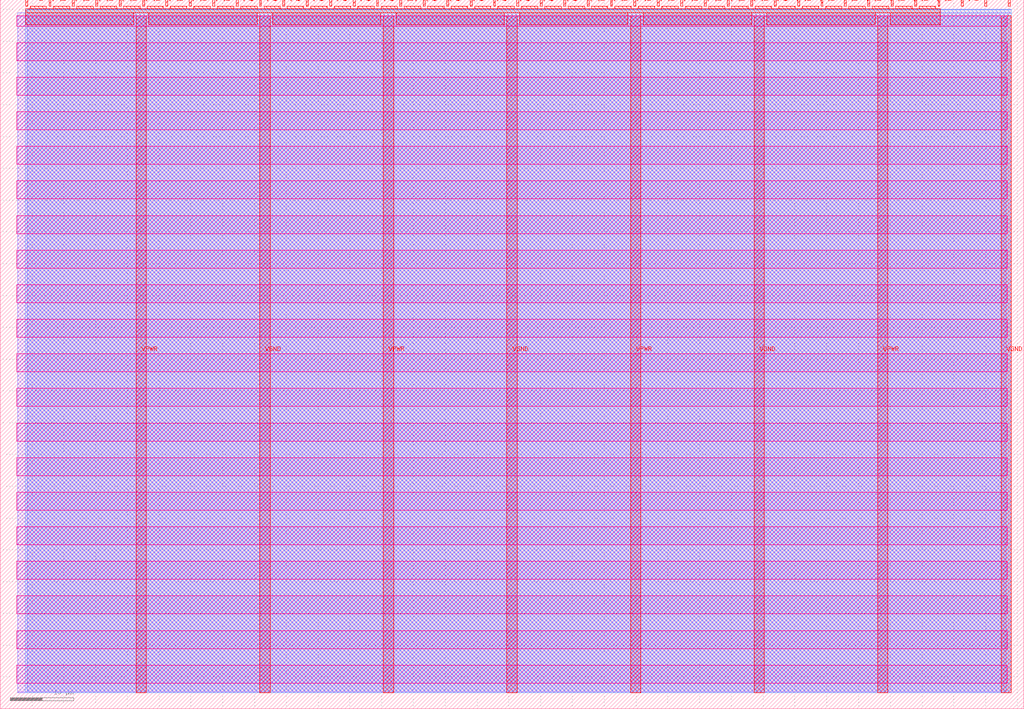
<source format=lef>
VERSION 5.7 ;
  NOWIREEXTENSIONATPIN ON ;
  DIVIDERCHAR "/" ;
  BUSBITCHARS "[]" ;
MACRO tt_um_wokwi_395444977868278785
  CLASS BLOCK ;
  FOREIGN tt_um_wokwi_395444977868278785 ;
  ORIGIN 0.000 0.000 ;
  SIZE 161.000 BY 111.520 ;
  PIN VGND
    DIRECTION INOUT ;
    USE GROUND ;
    PORT
      LAYER met4 ;
        RECT 40.830 2.480 42.430 109.040 ;
    END
    PORT
      LAYER met4 ;
        RECT 79.700 2.480 81.300 109.040 ;
    END
    PORT
      LAYER met4 ;
        RECT 118.570 2.480 120.170 109.040 ;
    END
    PORT
      LAYER met4 ;
        RECT 157.440 2.480 159.040 109.040 ;
    END
  END VGND
  PIN VPWR
    DIRECTION INOUT ;
    USE POWER ;
    PORT
      LAYER met4 ;
        RECT 21.395 2.480 22.995 109.040 ;
    END
    PORT
      LAYER met4 ;
        RECT 60.265 2.480 61.865 109.040 ;
    END
    PORT
      LAYER met4 ;
        RECT 99.135 2.480 100.735 109.040 ;
    END
    PORT
      LAYER met4 ;
        RECT 138.005 2.480 139.605 109.040 ;
    END
  END VPWR
  PIN clk
    DIRECTION INPUT ;
    USE SIGNAL ;
    PORT
      LAYER met4 ;
        RECT 154.870 110.520 155.170 111.520 ;
    END
  END clk
  PIN ena
    DIRECTION INPUT ;
    USE SIGNAL ;
    PORT
      LAYER met4 ;
        RECT 158.550 110.520 158.850 111.520 ;
    END
  END ena
  PIN rst_n
    DIRECTION INPUT ;
    USE SIGNAL ;
    PORT
      LAYER met4 ;
        RECT 151.190 110.520 151.490 111.520 ;
    END
  END rst_n
  PIN ui_in[0]
    DIRECTION INPUT ;
    USE SIGNAL ;
    ANTENNAGATEAREA 0.196500 ;
    PORT
      LAYER met4 ;
        RECT 147.510 110.520 147.810 111.520 ;
    END
  END ui_in[0]
  PIN ui_in[1]
    DIRECTION INPUT ;
    USE SIGNAL ;
    ANTENNAGATEAREA 0.196500 ;
    PORT
      LAYER met4 ;
        RECT 143.830 110.520 144.130 111.520 ;
    END
  END ui_in[1]
  PIN ui_in[2]
    DIRECTION INPUT ;
    USE SIGNAL ;
    ANTENNAGATEAREA 0.196500 ;
    PORT
      LAYER met4 ;
        RECT 140.150 110.520 140.450 111.520 ;
    END
  END ui_in[2]
  PIN ui_in[3]
    DIRECTION INPUT ;
    USE SIGNAL ;
    ANTENNAGATEAREA 0.196500 ;
    PORT
      LAYER met4 ;
        RECT 136.470 110.520 136.770 111.520 ;
    END
  END ui_in[3]
  PIN ui_in[4]
    DIRECTION INPUT ;
    USE SIGNAL ;
    PORT
      LAYER met4 ;
        RECT 132.790 110.520 133.090 111.520 ;
    END
  END ui_in[4]
  PIN ui_in[5]
    DIRECTION INPUT ;
    USE SIGNAL ;
    PORT
      LAYER met4 ;
        RECT 129.110 110.520 129.410 111.520 ;
    END
  END ui_in[5]
  PIN ui_in[6]
    DIRECTION INPUT ;
    USE SIGNAL ;
    PORT
      LAYER met4 ;
        RECT 125.430 110.520 125.730 111.520 ;
    END
  END ui_in[6]
  PIN ui_in[7]
    DIRECTION INPUT ;
    USE SIGNAL ;
    PORT
      LAYER met4 ;
        RECT 121.750 110.520 122.050 111.520 ;
    END
  END ui_in[7]
  PIN uio_in[0]
    DIRECTION INPUT ;
    USE SIGNAL ;
    PORT
      LAYER met4 ;
        RECT 118.070 110.520 118.370 111.520 ;
    END
  END uio_in[0]
  PIN uio_in[1]
    DIRECTION INPUT ;
    USE SIGNAL ;
    PORT
      LAYER met4 ;
        RECT 114.390 110.520 114.690 111.520 ;
    END
  END uio_in[1]
  PIN uio_in[2]
    DIRECTION INPUT ;
    USE SIGNAL ;
    PORT
      LAYER met4 ;
        RECT 110.710 110.520 111.010 111.520 ;
    END
  END uio_in[2]
  PIN uio_in[3]
    DIRECTION INPUT ;
    USE SIGNAL ;
    PORT
      LAYER met4 ;
        RECT 107.030 110.520 107.330 111.520 ;
    END
  END uio_in[3]
  PIN uio_in[4]
    DIRECTION INPUT ;
    USE SIGNAL ;
    PORT
      LAYER met4 ;
        RECT 103.350 110.520 103.650 111.520 ;
    END
  END uio_in[4]
  PIN uio_in[5]
    DIRECTION INPUT ;
    USE SIGNAL ;
    PORT
      LAYER met4 ;
        RECT 99.670 110.520 99.970 111.520 ;
    END
  END uio_in[5]
  PIN uio_in[6]
    DIRECTION INPUT ;
    USE SIGNAL ;
    PORT
      LAYER met4 ;
        RECT 95.990 110.520 96.290 111.520 ;
    END
  END uio_in[6]
  PIN uio_in[7]
    DIRECTION INPUT ;
    USE SIGNAL ;
    PORT
      LAYER met4 ;
        RECT 92.310 110.520 92.610 111.520 ;
    END
  END uio_in[7]
  PIN uio_oe[0]
    DIRECTION OUTPUT TRISTATE ;
    USE SIGNAL ;
    PORT
      LAYER met4 ;
        RECT 29.750 110.520 30.050 111.520 ;
    END
  END uio_oe[0]
  PIN uio_oe[1]
    DIRECTION OUTPUT TRISTATE ;
    USE SIGNAL ;
    PORT
      LAYER met4 ;
        RECT 26.070 110.520 26.370 111.520 ;
    END
  END uio_oe[1]
  PIN uio_oe[2]
    DIRECTION OUTPUT TRISTATE ;
    USE SIGNAL ;
    PORT
      LAYER met4 ;
        RECT 22.390 110.520 22.690 111.520 ;
    END
  END uio_oe[2]
  PIN uio_oe[3]
    DIRECTION OUTPUT TRISTATE ;
    USE SIGNAL ;
    PORT
      LAYER met4 ;
        RECT 18.710 110.520 19.010 111.520 ;
    END
  END uio_oe[3]
  PIN uio_oe[4]
    DIRECTION OUTPUT TRISTATE ;
    USE SIGNAL ;
    PORT
      LAYER met4 ;
        RECT 15.030 110.520 15.330 111.520 ;
    END
  END uio_oe[4]
  PIN uio_oe[5]
    DIRECTION OUTPUT TRISTATE ;
    USE SIGNAL ;
    PORT
      LAYER met4 ;
        RECT 11.350 110.520 11.650 111.520 ;
    END
  END uio_oe[5]
  PIN uio_oe[6]
    DIRECTION OUTPUT TRISTATE ;
    USE SIGNAL ;
    PORT
      LAYER met4 ;
        RECT 7.670 110.520 7.970 111.520 ;
    END
  END uio_oe[6]
  PIN uio_oe[7]
    DIRECTION OUTPUT TRISTATE ;
    USE SIGNAL ;
    PORT
      LAYER met4 ;
        RECT 3.990 110.520 4.290 111.520 ;
    END
  END uio_oe[7]
  PIN uio_out[0]
    DIRECTION OUTPUT TRISTATE ;
    USE SIGNAL ;
    PORT
      LAYER met4 ;
        RECT 59.190 110.520 59.490 111.520 ;
    END
  END uio_out[0]
  PIN uio_out[1]
    DIRECTION OUTPUT TRISTATE ;
    USE SIGNAL ;
    PORT
      LAYER met4 ;
        RECT 55.510 110.520 55.810 111.520 ;
    END
  END uio_out[1]
  PIN uio_out[2]
    DIRECTION OUTPUT TRISTATE ;
    USE SIGNAL ;
    PORT
      LAYER met4 ;
        RECT 51.830 110.520 52.130 111.520 ;
    END
  END uio_out[2]
  PIN uio_out[3]
    DIRECTION OUTPUT TRISTATE ;
    USE SIGNAL ;
    PORT
      LAYER met4 ;
        RECT 48.150 110.520 48.450 111.520 ;
    END
  END uio_out[3]
  PIN uio_out[4]
    DIRECTION OUTPUT TRISTATE ;
    USE SIGNAL ;
    PORT
      LAYER met4 ;
        RECT 44.470 110.520 44.770 111.520 ;
    END
  END uio_out[4]
  PIN uio_out[5]
    DIRECTION OUTPUT TRISTATE ;
    USE SIGNAL ;
    PORT
      LAYER met4 ;
        RECT 40.790 110.520 41.090 111.520 ;
    END
  END uio_out[5]
  PIN uio_out[6]
    DIRECTION OUTPUT TRISTATE ;
    USE SIGNAL ;
    PORT
      LAYER met4 ;
        RECT 37.110 110.520 37.410 111.520 ;
    END
  END uio_out[6]
  PIN uio_out[7]
    DIRECTION OUTPUT TRISTATE ;
    USE SIGNAL ;
    PORT
      LAYER met4 ;
        RECT 33.430 110.520 33.730 111.520 ;
    END
  END uio_out[7]
  PIN uo_out[0]
    DIRECTION OUTPUT TRISTATE ;
    USE SIGNAL ;
    ANTENNADIFFAREA 0.795200 ;
    PORT
      LAYER met4 ;
        RECT 88.630 110.520 88.930 111.520 ;
    END
  END uo_out[0]
  PIN uo_out[1]
    DIRECTION OUTPUT TRISTATE ;
    USE SIGNAL ;
    ANTENNADIFFAREA 0.445500 ;
    PORT
      LAYER met4 ;
        RECT 84.950 110.520 85.250 111.520 ;
    END
  END uo_out[1]
  PIN uo_out[2]
    DIRECTION OUTPUT TRISTATE ;
    USE SIGNAL ;
    ANTENNADIFFAREA 0.795200 ;
    PORT
      LAYER met4 ;
        RECT 81.270 110.520 81.570 111.520 ;
    END
  END uo_out[2]
  PIN uo_out[3]
    DIRECTION OUTPUT TRISTATE ;
    USE SIGNAL ;
    ANTENNADIFFAREA 0.445500 ;
    PORT
      LAYER met4 ;
        RECT 77.590 110.520 77.890 111.520 ;
    END
  END uo_out[3]
  PIN uo_out[4]
    DIRECTION OUTPUT TRISTATE ;
    USE SIGNAL ;
    ANTENNADIFFAREA 0.795200 ;
    PORT
      LAYER met4 ;
        RECT 73.910 110.520 74.210 111.520 ;
    END
  END uo_out[4]
  PIN uo_out[5]
    DIRECTION OUTPUT TRISTATE ;
    USE SIGNAL ;
    ANTENNADIFFAREA 0.445500 ;
    PORT
      LAYER met4 ;
        RECT 70.230 110.520 70.530 111.520 ;
    END
  END uo_out[5]
  PIN uo_out[6]
    DIRECTION OUTPUT TRISTATE ;
    USE SIGNAL ;
    ANTENNADIFFAREA 0.445500 ;
    PORT
      LAYER met4 ;
        RECT 66.550 110.520 66.850 111.520 ;
    END
  END uo_out[6]
  PIN uo_out[7]
    DIRECTION OUTPUT TRISTATE ;
    USE SIGNAL ;
    PORT
      LAYER met4 ;
        RECT 62.870 110.520 63.170 111.520 ;
    END
  END uo_out[7]
  OBS
      LAYER nwell ;
        RECT 2.570 107.385 158.430 108.990 ;
        RECT 2.570 101.945 158.430 104.775 ;
        RECT 2.570 96.505 158.430 99.335 ;
        RECT 2.570 91.065 158.430 93.895 ;
        RECT 2.570 85.625 158.430 88.455 ;
        RECT 2.570 80.185 158.430 83.015 ;
        RECT 2.570 74.745 158.430 77.575 ;
        RECT 2.570 69.305 158.430 72.135 ;
        RECT 2.570 63.865 158.430 66.695 ;
        RECT 2.570 58.425 158.430 61.255 ;
        RECT 2.570 52.985 158.430 55.815 ;
        RECT 2.570 47.545 158.430 50.375 ;
        RECT 2.570 42.105 158.430 44.935 ;
        RECT 2.570 36.665 158.430 39.495 ;
        RECT 2.570 31.225 158.430 34.055 ;
        RECT 2.570 25.785 158.430 28.615 ;
        RECT 2.570 20.345 158.430 23.175 ;
        RECT 2.570 14.905 158.430 17.735 ;
        RECT 2.570 9.465 158.430 12.295 ;
        RECT 2.570 4.025 158.430 6.855 ;
      LAYER li1 ;
        RECT 2.760 2.635 158.240 108.885 ;
      LAYER met1 ;
        RECT 2.760 2.480 159.040 109.440 ;
      LAYER met2 ;
        RECT 4.230 2.535 159.010 110.005 ;
      LAYER met3 ;
        RECT 3.950 2.555 159.030 109.985 ;
      LAYER met4 ;
        RECT 4.690 110.120 7.270 110.520 ;
        RECT 8.370 110.120 10.950 110.520 ;
        RECT 12.050 110.120 14.630 110.520 ;
        RECT 15.730 110.120 18.310 110.520 ;
        RECT 19.410 110.120 21.990 110.520 ;
        RECT 23.090 110.120 25.670 110.520 ;
        RECT 26.770 110.120 29.350 110.520 ;
        RECT 30.450 110.120 33.030 110.520 ;
        RECT 34.130 110.120 36.710 110.520 ;
        RECT 37.810 110.120 40.390 110.520 ;
        RECT 41.490 110.120 44.070 110.520 ;
        RECT 45.170 110.120 47.750 110.520 ;
        RECT 48.850 110.120 51.430 110.520 ;
        RECT 52.530 110.120 55.110 110.520 ;
        RECT 56.210 110.120 58.790 110.520 ;
        RECT 59.890 110.120 62.470 110.520 ;
        RECT 63.570 110.120 66.150 110.520 ;
        RECT 67.250 110.120 69.830 110.520 ;
        RECT 70.930 110.120 73.510 110.520 ;
        RECT 74.610 110.120 77.190 110.520 ;
        RECT 78.290 110.120 80.870 110.520 ;
        RECT 81.970 110.120 84.550 110.520 ;
        RECT 85.650 110.120 88.230 110.520 ;
        RECT 89.330 110.120 91.910 110.520 ;
        RECT 93.010 110.120 95.590 110.520 ;
        RECT 96.690 110.120 99.270 110.520 ;
        RECT 100.370 110.120 102.950 110.520 ;
        RECT 104.050 110.120 106.630 110.520 ;
        RECT 107.730 110.120 110.310 110.520 ;
        RECT 111.410 110.120 113.990 110.520 ;
        RECT 115.090 110.120 117.670 110.520 ;
        RECT 118.770 110.120 121.350 110.520 ;
        RECT 122.450 110.120 125.030 110.520 ;
        RECT 126.130 110.120 128.710 110.520 ;
        RECT 129.810 110.120 132.390 110.520 ;
        RECT 133.490 110.120 136.070 110.520 ;
        RECT 137.170 110.120 139.750 110.520 ;
        RECT 140.850 110.120 143.430 110.520 ;
        RECT 144.530 110.120 147.110 110.520 ;
        RECT 3.975 109.440 147.825 110.120 ;
        RECT 3.975 107.615 20.995 109.440 ;
        RECT 23.395 107.615 40.430 109.440 ;
        RECT 42.830 107.615 59.865 109.440 ;
        RECT 62.265 107.615 79.300 109.440 ;
        RECT 81.700 107.615 98.735 109.440 ;
        RECT 101.135 107.615 118.170 109.440 ;
        RECT 120.570 107.615 137.605 109.440 ;
        RECT 140.005 107.615 147.825 109.440 ;
  END
END tt_um_wokwi_395444977868278785
END LIBRARY


</source>
